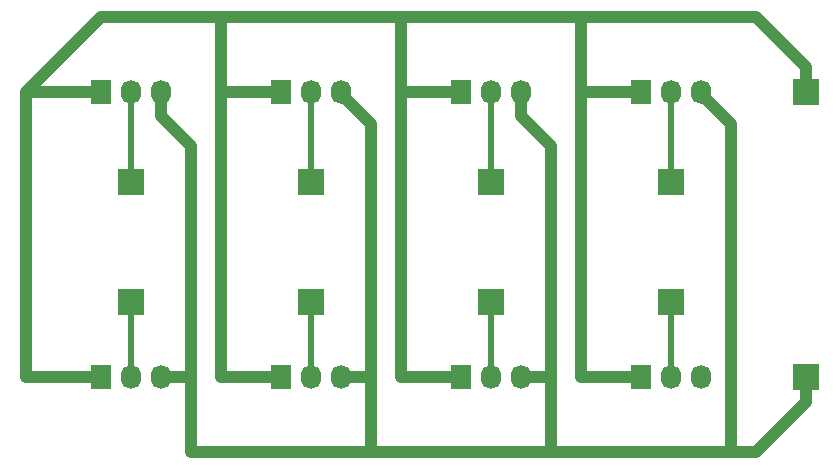
<source format=gbr>
G04 #@! TF.FileFunction,Copper,L1,Top,Signal*
%FSLAX46Y46*%
G04 Gerber Fmt 4.6, Leading zero omitted, Abs format (unit mm)*
G04 Created by KiCad (PCBNEW 4.0.4-stable) date Friday, November 04, 2016 'PMt' 11:06:29 PM*
%MOMM*%
%LPD*%
G01*
G04 APERTURE LIST*
%ADD10C,0.100000*%
%ADD11R,2.235200X2.235200*%
%ADD12R,1.727200X2.032000*%
%ADD13O,1.727200X2.032000*%
%ADD14C,1.000000*%
%ADD15C,0.250000*%
%ADD16C,0.500000*%
G04 APERTURE END LIST*
D10*
D11*
X215900000Y-111760000D03*
D12*
X201930000Y-111760000D03*
D13*
X204470000Y-111760000D03*
X207010000Y-111760000D03*
D11*
X204470000Y-105410000D03*
D12*
X186690000Y-111760000D03*
D13*
X189230000Y-111760000D03*
X191770000Y-111760000D03*
D11*
X189230000Y-105410000D03*
D12*
X171450000Y-111760000D03*
D13*
X173990000Y-111760000D03*
X176530000Y-111760000D03*
D11*
X173990000Y-105410000D03*
D12*
X156210000Y-111760000D03*
D13*
X158750000Y-111760000D03*
X161290000Y-111760000D03*
D11*
X158750000Y-105410000D03*
D12*
X201930000Y-87630000D03*
D13*
X204470000Y-87630000D03*
X207010000Y-87630000D03*
D11*
X204470000Y-95250000D03*
D12*
X186690000Y-87630000D03*
D13*
X189230000Y-87630000D03*
X191770000Y-87630000D03*
D11*
X189230000Y-95250000D03*
D12*
X171450000Y-87630000D03*
D13*
X173990000Y-87630000D03*
X176530000Y-87630000D03*
D11*
X173990000Y-95250000D03*
D12*
X156210000Y-87630000D03*
D13*
X158750000Y-87630000D03*
X161290000Y-87630000D03*
D11*
X158750000Y-95250000D03*
X215900000Y-87630000D03*
D14*
X179070000Y-90322400D02*
X179070000Y-111760000D01*
X179070000Y-111760000D02*
X179070000Y-118110000D01*
X176530000Y-111760000D02*
X179070000Y-111760000D01*
X194310000Y-118110000D02*
X179070000Y-118110000D01*
X179070000Y-118110000D02*
X176530000Y-118110000D01*
X176530000Y-87630000D02*
X176530000Y-87782400D01*
X176530000Y-87782400D02*
X179070000Y-90322400D01*
X163830000Y-92186000D02*
X163830000Y-111760000D01*
X163830000Y-111760000D02*
X163830000Y-118110000D01*
X161290000Y-111760000D02*
X163830000Y-111760000D01*
X176530000Y-118110000D02*
X163830000Y-118110000D01*
X161290000Y-89646000D02*
X163830000Y-92186000D01*
X161290000Y-87630000D02*
X161290000Y-89646000D01*
X209550000Y-90322400D02*
X209550000Y-118110000D01*
X207010000Y-87630000D02*
X207010000Y-87782400D01*
X207010000Y-87782400D02*
X209550000Y-90322400D01*
X194310000Y-92186000D02*
X194310000Y-111760000D01*
X194310000Y-111760000D02*
X194310000Y-118110000D01*
X191770000Y-111760000D02*
X194310000Y-111760000D01*
X211667600Y-118110000D02*
X194310000Y-118110000D01*
X191770000Y-87630000D02*
X191770000Y-89646000D01*
X191770000Y-89646000D02*
X194310000Y-92186000D01*
X215900000Y-111760000D02*
X215900000Y-113877600D01*
X215900000Y-113877600D02*
X211667600Y-118110000D01*
D15*
X215900000Y-113127600D02*
X215900000Y-111760000D01*
D14*
X196850000Y-111760000D02*
X196850000Y-87630000D01*
X196850000Y-87630000D02*
X196850000Y-81280000D01*
X201930000Y-87630000D02*
X196850000Y-87630000D01*
X211667600Y-81280000D02*
X196850000Y-81280000D01*
X196850000Y-81280000D02*
X181610000Y-81280000D01*
X201930000Y-111760000D02*
X196850000Y-111760000D01*
X181610000Y-111760000D02*
X181610000Y-87630000D01*
X181610000Y-87630000D02*
X181610000Y-81280000D01*
X186690000Y-87630000D02*
X181610000Y-87630000D01*
X181610000Y-81280000D02*
X166370000Y-81280000D01*
X186690000Y-111760000D02*
X181610000Y-111760000D01*
X166370000Y-111760000D02*
X166370000Y-87630000D01*
X166370000Y-87630000D02*
X166370000Y-81280000D01*
X171450000Y-87630000D02*
X166370000Y-87630000D01*
X166370000Y-81280000D02*
X156210000Y-81280000D01*
X171450000Y-111760000D02*
X166370000Y-111760000D01*
X156210000Y-87630000D02*
X149860000Y-87630000D01*
X149860000Y-111760000D02*
X156210000Y-111760000D01*
X149860000Y-87630000D02*
X149860000Y-111760000D01*
X156210000Y-81280000D02*
X149860000Y-87630000D01*
X215900000Y-87630000D02*
X215900000Y-85512400D01*
X215900000Y-85512400D02*
X211667600Y-81280000D01*
D16*
X204470000Y-105410000D02*
X204470000Y-111760000D01*
X189230000Y-111760000D02*
X189230000Y-105410000D01*
X173990000Y-111760000D02*
X173990000Y-105410000D01*
X158750000Y-105410000D02*
X158750000Y-111760000D01*
X204470000Y-87630000D02*
X204470000Y-95250000D01*
X189230000Y-95250000D02*
X189230000Y-87630000D01*
X173990000Y-87630000D02*
X173990000Y-95250000D01*
X158750000Y-95250000D02*
X158750000Y-93632400D01*
X158750000Y-93632400D02*
X158750000Y-87630000D01*
D15*
X158750000Y-95250000D02*
X158750000Y-93882400D01*
M02*

</source>
